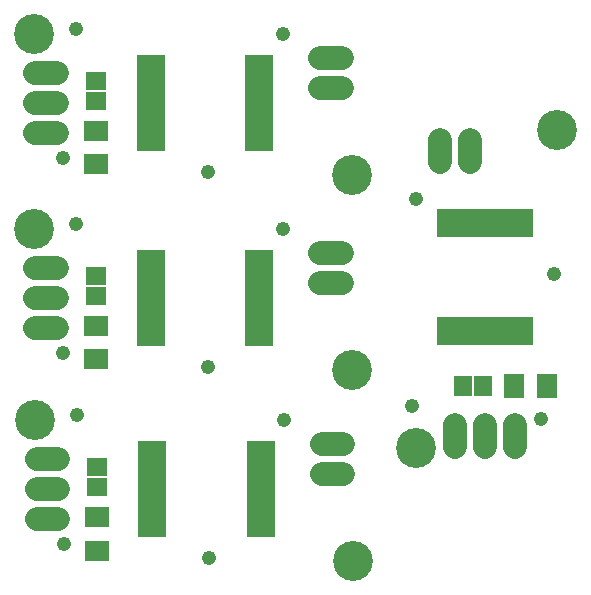
<source format=gbs>
G75*
G70*
%OFA0B0*%
%FSLAX24Y24*%
%IPPOS*%
%LPD*%
%AMOC8*
5,1,8,0,0,1.08239X$1,22.5*
%
%ADD10C,0.1330*%
%ADD11C,0.0789*%
%ADD12R,0.0946X0.3230*%
%ADD13R,0.0790X0.0710*%
%ADD14R,0.0671X0.0592*%
%ADD15R,0.3230X0.0946*%
%ADD16R,0.0710X0.0790*%
%ADD17R,0.0592X0.0671*%
%ADD18C,0.0476*%
D10*
X001084Y005804D03*
X001045Y012182D03*
X001045Y018678D03*
X011645Y013978D03*
X011645Y007482D03*
X013787Y004864D03*
X011684Y001104D03*
X018487Y015464D03*
D11*
X015587Y015118D02*
X015587Y014410D01*
X014587Y014410D02*
X014587Y015118D01*
X011299Y016878D02*
X010591Y016878D01*
X010591Y017878D02*
X011299Y017878D01*
X011299Y011382D02*
X010591Y011382D01*
X010591Y010382D02*
X011299Y010382D01*
X015087Y005618D02*
X015087Y004910D01*
X016087Y004910D02*
X016087Y005618D01*
X017087Y005618D02*
X017087Y004910D01*
X011339Y005004D02*
X010630Y005004D01*
X010630Y004004D02*
X011339Y004004D01*
X001839Y004504D02*
X001130Y004504D01*
X001130Y003504D02*
X001839Y003504D01*
X001839Y002504D02*
X001130Y002504D01*
X001091Y008882D02*
X001799Y008882D01*
X001799Y009882D02*
X001091Y009882D01*
X001091Y010882D02*
X001799Y010882D01*
X001799Y015378D02*
X001091Y015378D01*
X001091Y016378D02*
X001799Y016378D01*
X001799Y017378D02*
X001091Y017378D01*
D12*
X004934Y016378D03*
X008556Y016378D03*
X008556Y009882D03*
X004934Y009882D03*
X004973Y003504D03*
X008596Y003504D03*
D13*
X003160Y002564D03*
X003160Y001444D03*
X003121Y007822D03*
X003121Y008942D03*
X003121Y014318D03*
X003121Y015438D03*
D14*
X003121Y016443D03*
X003121Y017113D03*
X003121Y010616D03*
X003121Y009947D03*
X003160Y004239D03*
X003160Y003569D03*
D15*
X016087Y008753D03*
X016087Y012375D03*
D16*
X017028Y006940D03*
X018147Y006940D03*
D17*
X016022Y006940D03*
X015353Y006940D03*
D18*
X002054Y001654D03*
X002484Y005954D03*
X002015Y008032D03*
X002445Y012332D03*
X002015Y014528D03*
X002445Y018828D03*
X006845Y014078D03*
X009345Y012182D03*
X013787Y013164D03*
X018387Y010664D03*
X017937Y005834D03*
X013637Y006264D03*
X009384Y005804D03*
X006845Y007582D03*
X006884Y001204D03*
X009345Y018678D03*
M02*

</source>
